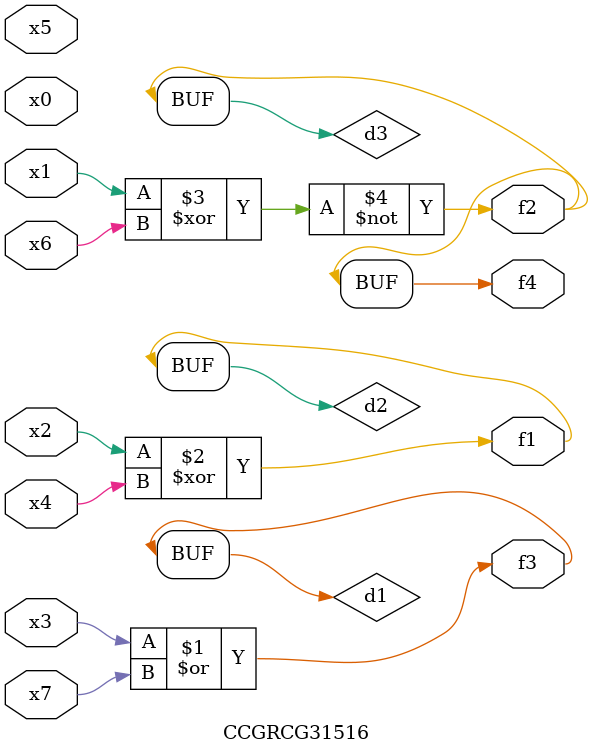
<source format=v>
module CCGRCG31516(
	input x0, x1, x2, x3, x4, x5, x6, x7,
	output f1, f2, f3, f4
);

	wire d1, d2, d3;

	or (d1, x3, x7);
	xor (d2, x2, x4);
	xnor (d3, x1, x6);
	assign f1 = d2;
	assign f2 = d3;
	assign f3 = d1;
	assign f4 = d3;
endmodule

</source>
